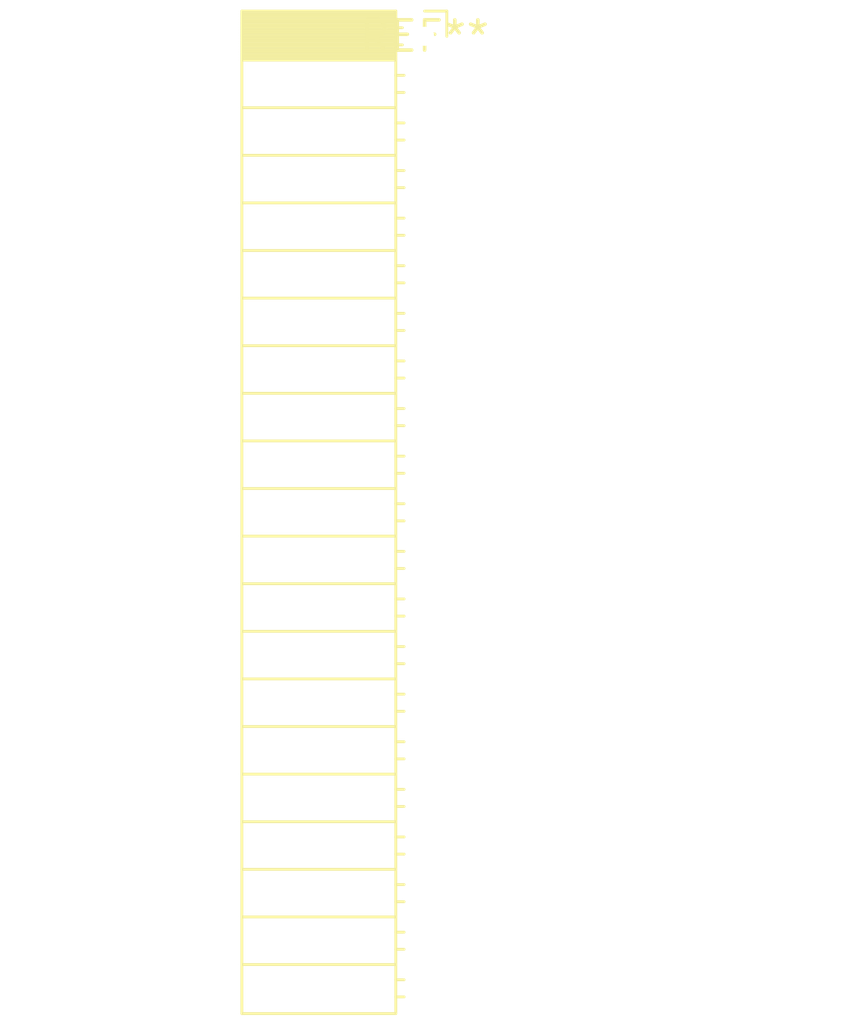
<source format=kicad_pcb>
(kicad_pcb (version 20240108) (generator pcbnew)
  (layers (0 "F.Cu" signal) (31 "B.Cu" signal) (34 "B.Paste" user) (35 "F.Paste" user) (36 "B.SilkS" user "B.Silkscreen") (37 "F.SilkS" user "F.Silkscreen") (38 "B.Mask" user) (39 "F.Mask" user) (44 "Edge.Cuts" user))
  (net 0 "")
  (footprint "PinSocket_1x21_P2.00mm_Horizontal" (layer "F.Cu") (at 0 0)
    (property "Reference" "REF**")
    (property "Value" "PinSocket_1x21_P2.00mm_Horizontal")
    (fp_line (start -7.68 -1.06) (end -7.68 41.06) (layer "F.SilkS") (stroke (width 0.12)))
    (fp_line (start -7.68 -1.06) (end -1.21 -1.06) (layer "F.SilkS") (stroke (width 0.12)))
    (fp_line (start -7.68 -0.94) (end -1.21 -0.94) (layer "F.SilkS") (stroke (width 0.12)))
    (fp_line (start -7.68 -0.825882) (end -1.21 -0.825882) (layer "F.SilkS") (stroke (width 0.12)))
    (fp_line (start -7.68 -0.711764) (end -1.21 -0.711764) (layer "F.SilkS") (stroke (width 0.12)))
    (fp_line (start -7.68 -0.597646) (end -1.21 -0.597646) (layer "F.SilkS") (stroke (width 0.12)))
    (fp_line (start -7.68 -0.483528) (end -1.21 -0.483528) (layer "F.SilkS") (stroke (width 0.12)))
    (fp_line (start -7.68 -0.36941) (end -1.21 -0.36941) (layer "F.SilkS") (stroke (width 0.12)))
    (fp_line (start -7.68 -0.255292) (end -1.21 -0.255292) (layer "F.SilkS") (stroke (width 0.12)))
    (fp_line (start -7.68 -0.141174) (end -1.21 -0.141174) (layer "F.SilkS") (stroke (width 0.12)))
    (fp_line (start -7.68 -0.027056) (end -1.21 -0.027056) (layer "F.SilkS") (stroke (width 0.12)))
    (fp_line (start -7.68 0.087062) (end -1.21 0.087062) (layer "F.SilkS") (stroke (width 0.12)))
    (fp_line (start -7.68 0.20118) (end -1.21 0.20118) (layer "F.SilkS") (stroke (width 0.12)))
    (fp_line (start -7.68 0.315298) (end -1.21 0.315298) (layer "F.SilkS") (stroke (width 0.12)))
    (fp_line (start -7.68 0.429416) (end -1.21 0.429416) (layer "F.SilkS") (stroke (width 0.12)))
    (fp_line (start -7.68 0.543534) (end -1.21 0.543534) (layer "F.SilkS") (stroke (width 0.12)))
    (fp_line (start -7.68 0.657652) (end -1.21 0.657652) (layer "F.SilkS") (stroke (width 0.12)))
    (fp_line (start -7.68 0.77177) (end -1.21 0.77177) (layer "F.SilkS") (stroke (width 0.12)))
    (fp_line (start -7.68 0.885888) (end -1.21 0.885888) (layer "F.SilkS") (stroke (width 0.12)))
    (fp_line (start -7.68 1) (end -1.21 1) (layer "F.SilkS") (stroke (width 0.12)))
    (fp_line (start -7.68 3) (end -1.21 3) (layer "F.SilkS") (stroke (width 0.12)))
    (fp_line (start -7.68 5) (end -1.21 5) (layer "F.SilkS") (stroke (width 0.12)))
    (fp_line (start -7.68 7) (end -1.21 7) (layer "F.SilkS") (stroke (width 0.12)))
    (fp_line (start -7.68 9) (end -1.21 9) (layer "F.SilkS") (stroke (width 0.12)))
    (fp_line (start -7.68 11) (end -1.21 11) (layer "F.SilkS") (stroke (width 0.12)))
    (fp_line (start -7.68 13) (end -1.21 13) (layer "F.SilkS") (stroke (width 0.12)))
    (fp_line (start -7.68 15) (end -1.21 15) (layer "F.SilkS") (stroke (width 0.12)))
    (fp_line (start -7.68 17) (end -1.21 17) (layer "F.SilkS") (stroke (width 0.12)))
    (fp_line (start -7.68 19) (end -1.21 19) (layer "F.SilkS") (stroke (width 0.12)))
    (fp_line (start -7.68 21) (end -1.21 21) (layer "F.SilkS") (stroke (width 0.12)))
    (fp_line (start -7.68 23) (end -1.21 23) (layer "F.SilkS") (stroke (width 0.12)))
    (fp_line (start -7.68 25) (end -1.21 25) (layer "F.SilkS") (stroke (width 0.12)))
    (fp_line (start -7.68 27) (end -1.21 27) (layer "F.SilkS") (stroke (width 0.12)))
    (fp_line (start -7.68 29) (end -1.21 29) (layer "F.SilkS") (stroke (width 0.12)))
    (fp_line (start -7.68 31) (end -1.21 31) (layer "F.SilkS") (stroke (width 0.12)))
    (fp_line (start -7.68 33) (end -1.21 33) (layer "F.SilkS") (stroke (width 0.12)))
    (fp_line (start -7.68 35) (end -1.21 35) (layer "F.SilkS") (stroke (width 0.12)))
    (fp_line (start -7.68 37) (end -1.21 37) (layer "F.SilkS") (stroke (width 0.12)))
    (fp_line (start -7.68 39) (end -1.21 39) (layer "F.SilkS") (stroke (width 0.12)))
    (fp_line (start -7.68 41.06) (end -1.21 41.06) (layer "F.SilkS") (stroke (width 0.12)))
    (fp_line (start -1.21 -1.06) (end -1.21 41.06) (layer "F.SilkS") (stroke (width 0.12)))
    (fp_line (start -1.21 -0.36) (end -0.935 -0.36) (layer "F.SilkS") (stroke (width 0.12)))
    (fp_line (start -1.21 0.36) (end -0.935 0.36) (layer "F.SilkS") (stroke (width 0.12)))
    (fp_line (start -1.21 1.64) (end -0.862917 1.64) (layer "F.SilkS") (stroke (width 0.12)))
    (fp_line (start -1.21 2.36) (end -0.862917 2.36) (layer "F.SilkS") (stroke (width 0.12)))
    (fp_line (start -1.21 3.64) (end -0.862917 3.64) (layer "F.SilkS") (stroke (width 0.12)))
    (fp_line (start -1.21 4.36) (end -0.862917 4.36) (layer "F.SilkS") (stroke (width 0.12)))
    (fp_line (start -1.21 5.64) (end -0.862917 5.64) (layer "F.SilkS") (stroke (width 0.12)))
    (fp_line (start -1.21 6.36) (end -0.862917 6.36) (layer "F.SilkS") (stroke (width 0.12)))
    (fp_line (start -1.21 7.64) (end -0.862917 7.64) (layer "F.SilkS") (stroke (width 0.12)))
    (fp_line (start -1.21 8.36) (end -0.862917 8.36) (layer "F.SilkS") (stroke (width 0.12)))
    (fp_line (start -1.21 9.64) (end -0.862917 9.64) (layer "F.SilkS") (stroke (width 0.12)))
    (fp_line (start -1.21 10.36) (end -0.862917 10.36) (layer "F.SilkS") (stroke (width 0.12)))
    (fp_line (start -1.21 11.64) (end -0.862917 11.64) (layer "F.SilkS") (stroke (width 0.12)))
    (fp_line (start -1.21 12.36) (end -0.862917 12.36) (layer "F.SilkS") (stroke (width 0.12)))
    (fp_line (start -1.21 13.64) (end -0.862917 13.64) (layer "F.SilkS") (stroke (width 0.12)))
    (fp_line (start -1.21 14.36) (end -0.862917 14.36) (layer "F.SilkS") (stroke (width 0.12)))
    (fp_line (start -1.21 15.64) (end -0.862917 15.64) (layer "F.SilkS") (stroke (width 0.12)))
    (fp_line (start -1.21 16.36) (end -0.862917 16.36) (layer "F.SilkS") (stroke (width 0.12)))
    (fp_line (start -1.21 17.64) (end -0.862917 17.64) (layer "F.SilkS") (stroke (width 0.12)))
    (fp_line (start -1.21 18.36) (end -0.862917 18.36) (layer "F.SilkS") (stroke (width 0.12)))
    (fp_line (start -1.21 19.64) (end -0.862917 19.64) (layer "F.SilkS") (stroke (width 0.12)))
    (fp_line (start -1.21 20.36) (end -0.862917 20.36) (layer "F.SilkS") (stroke (width 0.12)))
    (fp_line (start -1.21 21.64) (end -0.862917 21.64) (layer "F.SilkS") (stroke (width 0.12)))
    (fp_line (start -1.21 22.36) (end -0.862917 22.36) (layer "F.SilkS") (stroke (width 0.12)))
    (fp_line (start -1.21 23.64) (end -0.862917 23.64) (layer "F.SilkS") (stroke (width 0.12)))
    (fp_line (start -1.21 24.36) (end -0.862917 24.36) (layer "F.SilkS") (stroke (width 0.12)))
    (fp_line (start -1.21 25.64) (end -0.862917 25.64) (layer "F.SilkS") (stroke (width 0.12)))
    (fp_line (start -1.21 26.36) (end -0.862917 26.36) (layer "F.SilkS") (stroke (width 0.12)))
    (fp_line (start -1.21 27.64) (end -0.862917 27.64) (layer "F.SilkS") (stroke (width 0.12)))
    (fp_line (start -1.21 28.36) (end -0.862917 28.36) (layer "F.SilkS") (stroke (width 0.12)))
    (fp_line (start -1.21 29.64) (end -0.862917 29.64) (layer "F.SilkS") (stroke (width 0.12)))
    (fp_line (start -1.21 30.36) (end -0.862917 30.36) (layer "F.SilkS") (stroke (width 0.12)))
    (fp_line (start -1.21 31.64) (end -0.862917 31.64) (layer "F.SilkS") (stroke (width 0.12)))
    (fp_line (start -1.21 32.36) (end -0.862917 32.36) (layer "F.SilkS") (stroke (width 0.12)))
    (fp_line (start -1.21 33.64) (end -0.862917 33.64) (layer "F.SilkS") (stroke (width 0.12)))
    (fp_line (start -1.21 34.36) (end -0.862917 34.36) (layer "F.SilkS") (stroke (width 0.12)))
    (fp_line (start -1.21 35.64) (end -0.862917 35.64) (layer "F.SilkS") (stroke (width 0.12)))
    (fp_line (start -1.21 36.36) (end -0.862917 36.36) (layer "F.SilkS") (stroke (width 0.12)))
    (fp_line (start -1.21 37.64) (end -0.862917 37.64) (layer "F.SilkS") (stroke (width 0.12)))
    (fp_line (start -1.21 38.36) (end -0.862917 38.36) (layer "F.SilkS") (stroke (width 0.12)))
    (fp_line (start -1.21 39.64) (end -0.862917 39.64) (layer "F.SilkS") (stroke (width 0.12)))
    (fp_line (start -1.21 40.36) (end -0.862917 40.36) (layer "F.SilkS") (stroke (width 0.12)))
    (fp_line (start 0 -1.06) (end 0.935 -1.06) (layer "F.SilkS") (stroke (width 0.12)))
    (fp_line (start 0.935 -1.06) (end 0.935 0) (layer "F.SilkS") (stroke (width 0.12)))
    (pad "1" thru_hole rect (at 0 0) (size 1.35 1.35) (drill 0.8) (layers *.Cu *.Mask) (remove_unused_layers))
    (pad "2" thru_hole oval (at 0 2) (size 1.35 1.35) (drill 0.8) (layers *.Cu *.Mask) (remove_unused_layers))
    (pad "3" thru_hole oval (at 0 4) (size 1.35 1.35) (drill 0.8) (layers *.Cu *.Mask) (remove_unused_layers))
    (pad "4" thru_hole oval (at 0 6) (size 1.35 1.35) (drill 0.8) (layers *.Cu *.Mask) (remove_unused_layers))
    (pad "5" thru_hole oval (at 0 8) (size 1.35 1.35) (drill 0.8) (layers *.Cu *.Mask) (remove_unused_layers))
    (pad "6" thru_hole oval (at 0 10) (size 1.35 1.35) (drill 0.8) (layers *.Cu *.Mask) (remove_unused_layers))
    (pad "7" thru_hole oval (at 0 12) (size 1.35 1.35) (drill 0.8) (layers *.Cu *.Mask) (remove_unused_layers))
    (pad "8" thru_hole oval (at 0 14) (size 1.35 1.35) (drill 0.8) (layers *.Cu *.Mask) (remove_unused_layers))
    (pad "9" thru_hole oval (at 0 16) (size 1.35 1.35) (drill 0.8) (layers *.Cu *.Mask) (remove_unused_layers))
    (pad "10" thru_hole oval (at 0 18) (size 1.35 1.35) (drill 0.8) (layers *.Cu *.Mask) (remove_unused_layers))
    (pad "11" thru_hole oval (at 0 20) (size 1.35 1.35) (drill 0.8) (layers *.Cu *.Mask) (remove_unused_layers))
    (pad "12" thru_hole oval (at 0 22) (size 1.35 1.35) (drill 0.8) (layers *.Cu *.Mask) (remove_unused_layers))
    (pad "13" thru_hole oval (at 0 24) (size 1.35 1.35) (drill 0.8) (layers *.Cu *.Mask) (remove_unused_layers))
    (pad "14" thru_hole oval (at 0 26) (size 1.35 1.35) (drill 0.8) (layers *.Cu *.Mask) (remove_unused_layers))
    (pad "15" thru_hole oval (at 0 28) (size 1.35 1.35) (drill 0.8) (layers *.Cu *.Mask) (remove_unused_layers))
    (pad "16" thru_hole oval (at 0 30) (size 1.35 1.35) (drill 0.8) (layers *.Cu *.Mask) (remove_unused_layers))
    (pad "17" thru_hole oval (at 0 32) (size 1.35 1.35) (drill 0.8) (layers *.Cu *.Mask) (remove_unused_layers))
    (pad "18" thru_hole oval (at 0 34) (size 1.35 1.35) (drill 0.8) (layers *.Cu *.Mask) (remove_unused_layers))
    (pad "19" thru_hole oval (at 0 36) (size 1.35 1.35) (drill 0.8) (layers *.Cu *.Mask) (remove_unused_layers))
    (pad "20" thru_hole oval (at 0 38) (size 1.35 1.35) (drill 0.8) (layers *.Cu *.Mask) (remove_unused_layers))
    (pad "21" thru_hole oval (at 0 40) (size 1.35 1.35) (drill 0.8) (layers *.Cu *.Mask) (remove_unused_layers))
  )
)
</source>
